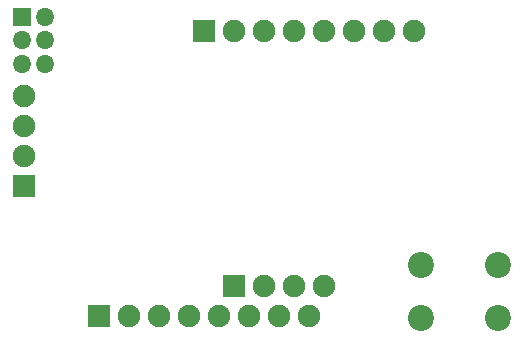
<source format=gbs>
G04 #@! TF.GenerationSoftware,KiCad,Pcbnew,7.0.1-3b83917a11~172~ubuntu20.04.1*
G04 #@! TF.CreationDate,2023-03-25T03:05:00+01:00*
G04 #@! TF.ProjectId,C64Saver2-addon,43363453-6176-4657-9232-2d6164646f6e,1.4*
G04 #@! TF.SameCoordinates,Original*
G04 #@! TF.FileFunction,Soldermask,Bot*
G04 #@! TF.FilePolarity,Negative*
%FSLAX46Y46*%
G04 Gerber Fmt 4.6, Leading zero omitted, Abs format (unit mm)*
G04 Created by KiCad (PCBNEW 7.0.1-3b83917a11~172~ubuntu20.04.1) date 2023-03-25 03:05:00*
%MOMM*%
%LPD*%
G01*
G04 APERTURE LIST*
G04 Aperture macros list*
%AMRoundRect*
0 Rectangle with rounded corners*
0 $1 Rounding radius*
0 $2 $3 $4 $5 $6 $7 $8 $9 X,Y pos of 4 corners*
0 Add a 4 corners polygon primitive as box body*
4,1,4,$2,$3,$4,$5,$6,$7,$8,$9,$2,$3,0*
0 Add four circle primitives for the rounded corners*
1,1,$1+$1,$2,$3*
1,1,$1+$1,$4,$5*
1,1,$1+$1,$6,$7*
1,1,$1+$1,$8,$9*
0 Add four rect primitives between the rounded corners*
20,1,$1+$1,$2,$3,$4,$5,0*
20,1,$1+$1,$4,$5,$6,$7,0*
20,1,$1+$1,$6,$7,$8,$9,0*
20,1,$1+$1,$8,$9,$2,$3,0*%
G04 Aperture macros list end*
%ADD10C,2.200000*%
%ADD11RoundRect,0.100000X0.850000X0.850000X-0.850000X0.850000X-0.850000X-0.850000X0.850000X-0.850000X0*%
%ADD12O,1.900000X1.900000*%
%ADD13RoundRect,0.100000X0.850000X-0.850000X0.850000X0.850000X-0.850000X0.850000X-0.850000X-0.850000X0*%
%ADD14RoundRect,0.100000X-0.675000X-0.675000X0.675000X-0.675000X0.675000X0.675000X-0.675000X0.675000X0*%
%ADD15O,1.550000X1.550000*%
G04 APERTURE END LIST*
D10*
X182372000Y-110617000D03*
X175872000Y-110617000D03*
X182372000Y-106117000D03*
X175872000Y-106117000D03*
D11*
X142240000Y-99441000D03*
D12*
X142240000Y-96901000D03*
X142240000Y-94361000D03*
X142240000Y-91821000D03*
D13*
X157480000Y-86360000D03*
D12*
X160020000Y-86360000D03*
X162560000Y-86360000D03*
X165100000Y-86360000D03*
X167640000Y-86360000D03*
X170180000Y-86360000D03*
X172720000Y-86360000D03*
X175260000Y-86360000D03*
D13*
X148590000Y-110490000D03*
D12*
X151130000Y-110490000D03*
X153670000Y-110490000D03*
X156210000Y-110490000D03*
X158750000Y-110490000D03*
X161290000Y-110490000D03*
X163830000Y-110490000D03*
X166370000Y-110490000D03*
D13*
X160020000Y-107950000D03*
D12*
X162560000Y-107950000D03*
X165100000Y-107950000D03*
X167640000Y-107950000D03*
D14*
X142018000Y-85122000D03*
D15*
X144018000Y-85122000D03*
X142018000Y-87122000D03*
X144018000Y-87122000D03*
X142018000Y-89122000D03*
X144018000Y-89122000D03*
M02*

</source>
